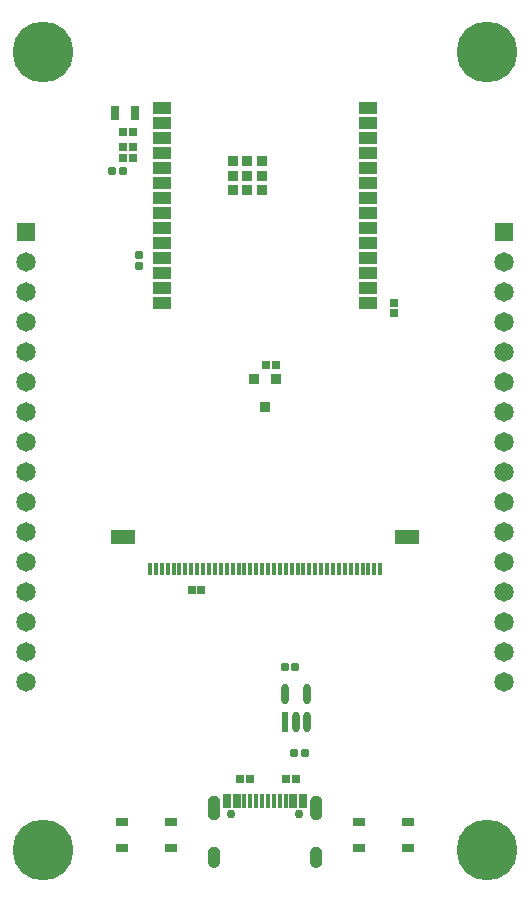
<source format=gts>
G04*
G04 #@! TF.GenerationSoftware,Altium Limited,Altium Designer,23.1.1 (15)*
G04*
G04 Layer_Color=8388736*
%FSLAX44Y44*%
%MOMM*%
G71*
G04*
G04 #@! TF.SameCoordinates,7295AF94-9057-4BB6-BE4D-2D92AE26B948*
G04*
G04*
G04 #@! TF.FilePolarity,Negative*
G04*
G01*
G75*
G04:AMPARAMS|DCode=21|XSize=1.7071mm|YSize=0.6158mm|CornerRadius=0.3079mm|HoleSize=0mm|Usage=FLASHONLY|Rotation=90.000|XOffset=0mm|YOffset=0mm|HoleType=Round|Shape=RoundedRectangle|*
%AMROUNDEDRECTD21*
21,1,1.7071,0.0000,0,0,90.0*
21,1,1.0913,0.6158,0,0,90.0*
1,1,0.6158,0.0000,0.5457*
1,1,0.6158,0.0000,-0.5457*
1,1,0.6158,0.0000,-0.5457*
1,1,0.6158,0.0000,0.5457*
%
%ADD21ROUNDEDRECTD21*%
%ADD22R,0.6158X1.7071*%
%ADD23R,0.3000X1.0000*%
%ADD24R,2.0000X1.3000*%
%ADD26R,1.0500X0.6500*%
G04:AMPARAMS|DCode=30|XSize=0.7mm|YSize=0.65mm|CornerRadius=0.1375mm|HoleSize=0mm|Usage=FLASHONLY|Rotation=90.000|XOffset=0mm|YOffset=0mm|HoleType=Round|Shape=RoundedRectangle|*
%AMROUNDEDRECTD30*
21,1,0.7000,0.3750,0,0,90.0*
21,1,0.4250,0.6500,0,0,90.0*
1,1,0.2750,0.1875,0.2125*
1,1,0.2750,0.1875,-0.2125*
1,1,0.2750,-0.1875,-0.2125*
1,1,0.2750,-0.1875,0.2125*
%
%ADD30ROUNDEDRECTD30*%
%ADD31R,0.7500X0.7000*%
%ADD32R,0.9500X0.9500*%
%ADD33R,0.7100X0.6700*%
%ADD34R,1.6000X1.0000*%
%ADD35R,0.9000X0.9000*%
%ADD36R,0.7000X1.2400*%
%ADD37R,0.4000X1.2400*%
%ADD38R,0.7300X0.6900*%
%ADD39R,0.8000X1.2000*%
G04:AMPARAMS|DCode=40|XSize=0.7mm|YSize=0.65mm|CornerRadius=0.1375mm|HoleSize=0mm|Usage=FLASHONLY|Rotation=0.000|XOffset=0mm|YOffset=0mm|HoleType=Round|Shape=RoundedRectangle|*
%AMROUNDEDRECTD40*
21,1,0.7000,0.3750,0,0,0.0*
21,1,0.4250,0.6500,0,0,0.0*
1,1,0.2750,0.2125,-0.1875*
1,1,0.2750,-0.2125,-0.1875*
1,1,0.2750,-0.2125,0.1875*
1,1,0.2750,0.2125,0.1875*
%
%ADD40ROUNDEDRECTD40*%
%ADD41R,0.6900X0.7300*%
%ADD42C,0.7500*%
%ADD43C,5.1500*%
%ADD44C,1.6500*%
%ADD45R,1.6500X1.6500*%
G36*
X982010Y424990D02*
X982270Y424970D01*
X982530Y424940D01*
X982790Y424890D01*
X983040Y424830D01*
X983300Y424760D01*
X983540Y424670D01*
X983780Y424570D01*
X984020Y424460D01*
X984250Y424330D01*
X984470Y424190D01*
X984690Y424050D01*
X984900Y423890D01*
X985100Y423720D01*
X985290Y423540D01*
X985470Y423350D01*
X985640Y423150D01*
X985800Y422940D01*
X985940Y422720D01*
X986080Y422500D01*
X986210Y422270D01*
X986320Y422030D01*
X986420Y421790D01*
X986510Y421550D01*
X986580Y421290D01*
X986640Y421040D01*
X986690Y420780D01*
X986720Y420520D01*
X986740Y420260D01*
X986750Y420000D01*
Y412000D01*
X986740Y411740D01*
X986720Y411480D01*
X986690Y411220D01*
X986640Y410960D01*
X986580Y410710D01*
X986510Y410450D01*
X986420Y410210D01*
X986320Y409970D01*
X986210Y409730D01*
X986080Y409500D01*
X985940Y409280D01*
X985800Y409060D01*
X985640Y408850D01*
X985470Y408650D01*
X985290Y408460D01*
X985100Y408280D01*
X984900Y408110D01*
X984690Y407950D01*
X984470Y407810D01*
X984250Y407670D01*
X984020Y407540D01*
X983780Y407430D01*
X983540Y407330D01*
X983300Y407240D01*
X983040Y407170D01*
X982790Y407110D01*
X982530Y407060D01*
X982270Y407030D01*
X982010Y407010D01*
X981750Y407000D01*
X981490Y407010D01*
X981230Y407030D01*
X980970Y407060D01*
X980710Y407110D01*
X980460Y407170D01*
X980200Y407240D01*
X979960Y407330D01*
X979720Y407430D01*
X979480Y407540D01*
X979250Y407670D01*
X979030Y407810D01*
X978810Y407950D01*
X978600Y408110D01*
X978400Y408280D01*
X978210Y408460D01*
X978030Y408650D01*
X977860Y408850D01*
X977700Y409060D01*
X977560Y409280D01*
X977420Y409500D01*
X977290Y409730D01*
X977180Y409970D01*
X977080Y410210D01*
X976990Y410450D01*
X976920Y410710D01*
X976860Y410960D01*
X976810Y411220D01*
X976780Y411480D01*
X976760Y411740D01*
X976750Y412000D01*
Y420000D01*
X976760Y420260D01*
X976780Y420520D01*
X976810Y420780D01*
X976860Y421040D01*
X976920Y421290D01*
X976990Y421550D01*
X977080Y421790D01*
X977180Y422030D01*
X977290Y422270D01*
X977420Y422500D01*
X977560Y422720D01*
X977700Y422940D01*
X977860Y423150D01*
X978030Y423350D01*
X978210Y423540D01*
X978400Y423720D01*
X978600Y423890D01*
X978810Y424050D01*
X979030Y424190D01*
X979250Y424330D01*
X979480Y424460D01*
X979720Y424570D01*
X979960Y424670D01*
X980200Y424760D01*
X980460Y424830D01*
X980710Y424890D01*
X980970Y424940D01*
X981230Y424970D01*
X981490Y424990D01*
X981750Y425000D01*
X982010Y424990D01*
D02*
G37*
G36*
Y468190D02*
X982270Y468170D01*
X982530Y468140D01*
X982790Y468090D01*
X983040Y468030D01*
X983300Y467960D01*
X983540Y467870D01*
X983780Y467770D01*
X984020Y467660D01*
X984250Y467530D01*
X984470Y467390D01*
X984690Y467250D01*
X984900Y467090D01*
X985100Y466920D01*
X985290Y466740D01*
X985470Y466550D01*
X985640Y466350D01*
X985800Y466140D01*
X985940Y465920D01*
X986080Y465700D01*
X986210Y465470D01*
X986320Y465230D01*
X986420Y464990D01*
X986510Y464750D01*
X986580Y464490D01*
X986640Y464240D01*
X986690Y463980D01*
X986720Y463720D01*
X986740Y463460D01*
X986750Y463200D01*
Y452200D01*
X986740Y451940D01*
X986720Y451680D01*
X986690Y451420D01*
X986640Y451160D01*
X986580Y450910D01*
X986510Y450650D01*
X986420Y450410D01*
X986320Y450170D01*
X986210Y449930D01*
X986080Y449700D01*
X985940Y449480D01*
X985800Y449260D01*
X985640Y449050D01*
X985470Y448850D01*
X985290Y448660D01*
X985100Y448480D01*
X984900Y448310D01*
X984690Y448150D01*
X984470Y448010D01*
X984250Y447870D01*
X984020Y447740D01*
X983780Y447630D01*
X983540Y447530D01*
X983300Y447440D01*
X983040Y447370D01*
X982790Y447310D01*
X982530Y447260D01*
X982270Y447230D01*
X982010Y447210D01*
X981750Y447200D01*
X981490Y447210D01*
X981230Y447230D01*
X980970Y447260D01*
X980710Y447310D01*
X980460Y447370D01*
X980200Y447440D01*
X979960Y447530D01*
X979720Y447630D01*
X979480Y447740D01*
X979250Y447870D01*
X979030Y448010D01*
X978810Y448150D01*
X978600Y448310D01*
X978400Y448480D01*
X978210Y448660D01*
X978030Y448850D01*
X977860Y449050D01*
X977700Y449260D01*
X977560Y449480D01*
X977420Y449700D01*
X977290Y449930D01*
X977180Y450170D01*
X977080Y450410D01*
X976990Y450650D01*
X976920Y450910D01*
X976860Y451160D01*
X976810Y451420D01*
X976780Y451680D01*
X976760Y451940D01*
X976750Y452200D01*
Y463200D01*
X976760Y463460D01*
X976780Y463720D01*
X976810Y463980D01*
X976860Y464240D01*
X976920Y464490D01*
X976990Y464750D01*
X977080Y464990D01*
X977180Y465230D01*
X977290Y465470D01*
X977420Y465700D01*
X977560Y465920D01*
X977700Y466140D01*
X977860Y466350D01*
X978030Y466550D01*
X978210Y466740D01*
X978400Y466920D01*
X978600Y467090D01*
X978810Y467250D01*
X979030Y467390D01*
X979250Y467530D01*
X979480Y467660D01*
X979720Y467770D01*
X979960Y467870D01*
X980200Y467960D01*
X980460Y468030D01*
X980710Y468090D01*
X980970Y468140D01*
X981230Y468170D01*
X981490Y468190D01*
X981750Y468200D01*
X982010Y468190D01*
D02*
G37*
G36*
X1068510Y424990D02*
X1068770Y424970D01*
X1069030Y424940D01*
X1069290Y424890D01*
X1069540Y424830D01*
X1069800Y424760D01*
X1070040Y424670D01*
X1070280Y424570D01*
X1070520Y424460D01*
X1070750Y424330D01*
X1070970Y424190D01*
X1071190Y424050D01*
X1071400Y423890D01*
X1071600Y423720D01*
X1071790Y423540D01*
X1071970Y423350D01*
X1072140Y423150D01*
X1072300Y422940D01*
X1072440Y422720D01*
X1072580Y422500D01*
X1072710Y422270D01*
X1072820Y422030D01*
X1072920Y421790D01*
X1073010Y421550D01*
X1073080Y421290D01*
X1073140Y421040D01*
X1073190Y420780D01*
X1073220Y420520D01*
X1073240Y420260D01*
X1073250Y420000D01*
Y412000D01*
X1073240Y411740D01*
X1073220Y411480D01*
X1073190Y411220D01*
X1073140Y410960D01*
X1073080Y410710D01*
X1073010Y410450D01*
X1072920Y410210D01*
X1072820Y409970D01*
X1072710Y409730D01*
X1072580Y409500D01*
X1072440Y409280D01*
X1072300Y409060D01*
X1072140Y408850D01*
X1071970Y408650D01*
X1071790Y408460D01*
X1071600Y408280D01*
X1071400Y408110D01*
X1071190Y407950D01*
X1070970Y407810D01*
X1070750Y407670D01*
X1070520Y407540D01*
X1070280Y407430D01*
X1070040Y407330D01*
X1069800Y407240D01*
X1069540Y407170D01*
X1069290Y407110D01*
X1069030Y407060D01*
X1068770Y407030D01*
X1068510Y407010D01*
X1068250Y407000D01*
X1067990Y407010D01*
X1067730Y407030D01*
X1067470Y407060D01*
X1067210Y407110D01*
X1066960Y407170D01*
X1066700Y407240D01*
X1066460Y407330D01*
X1066220Y407430D01*
X1065980Y407540D01*
X1065750Y407670D01*
X1065530Y407810D01*
X1065310Y407950D01*
X1065100Y408110D01*
X1064900Y408280D01*
X1064710Y408460D01*
X1064530Y408650D01*
X1064360Y408850D01*
X1064200Y409060D01*
X1064060Y409280D01*
X1063920Y409500D01*
X1063790Y409730D01*
X1063680Y409970D01*
X1063580Y410210D01*
X1063490Y410450D01*
X1063420Y410710D01*
X1063360Y410960D01*
X1063310Y411220D01*
X1063280Y411480D01*
X1063260Y411740D01*
X1063250Y412000D01*
Y420000D01*
X1063260Y420260D01*
X1063280Y420520D01*
X1063310Y420780D01*
X1063360Y421040D01*
X1063420Y421290D01*
X1063490Y421550D01*
X1063580Y421790D01*
X1063680Y422030D01*
X1063790Y422270D01*
X1063920Y422500D01*
X1064060Y422720D01*
X1064200Y422940D01*
X1064360Y423150D01*
X1064530Y423350D01*
X1064710Y423540D01*
X1064900Y423720D01*
X1065100Y423890D01*
X1065310Y424050D01*
X1065530Y424190D01*
X1065750Y424330D01*
X1065980Y424460D01*
X1066220Y424570D01*
X1066460Y424670D01*
X1066700Y424760D01*
X1066960Y424830D01*
X1067210Y424890D01*
X1067470Y424940D01*
X1067730Y424970D01*
X1067990Y424990D01*
X1068250Y425000D01*
X1068510Y424990D01*
D02*
G37*
G36*
Y468190D02*
X1068770Y468170D01*
X1069030Y468140D01*
X1069290Y468090D01*
X1069540Y468030D01*
X1069800Y467960D01*
X1070040Y467870D01*
X1070280Y467770D01*
X1070520Y467660D01*
X1070750Y467530D01*
X1070970Y467390D01*
X1071190Y467250D01*
X1071400Y467090D01*
X1071600Y466920D01*
X1071790Y466740D01*
X1071970Y466550D01*
X1072140Y466350D01*
X1072300Y466140D01*
X1072440Y465920D01*
X1072580Y465700D01*
X1072710Y465470D01*
X1072820Y465230D01*
X1072920Y464990D01*
X1073010Y464750D01*
X1073080Y464490D01*
X1073140Y464240D01*
X1073190Y463980D01*
X1073220Y463720D01*
X1073240Y463460D01*
X1073250Y463200D01*
Y452200D01*
X1073240Y451940D01*
X1073220Y451680D01*
X1073190Y451420D01*
X1073140Y451160D01*
X1073080Y450910D01*
X1073010Y450650D01*
X1072920Y450410D01*
X1072820Y450170D01*
X1072710Y449930D01*
X1072580Y449700D01*
X1072440Y449480D01*
X1072300Y449260D01*
X1072140Y449050D01*
X1071970Y448850D01*
X1071790Y448660D01*
X1071600Y448480D01*
X1071400Y448310D01*
X1071190Y448150D01*
X1070970Y448010D01*
X1070750Y447870D01*
X1070520Y447740D01*
X1070280Y447630D01*
X1070040Y447530D01*
X1069800Y447440D01*
X1069540Y447370D01*
X1069290Y447310D01*
X1069030Y447260D01*
X1068770Y447230D01*
X1068510Y447210D01*
X1068250Y447200D01*
X1067950Y447210D01*
X1067680Y447240D01*
X1067420Y447280D01*
X1067160Y447330D01*
X1066910Y447400D01*
X1066660Y447470D01*
X1066410Y447570D01*
X1066170Y447670D01*
X1065930Y447790D01*
X1065700Y447920D01*
X1065480Y448060D01*
X1065260Y448220D01*
X1065050Y448380D01*
X1064860Y448560D01*
X1064670Y448740D01*
X1064490Y448940D01*
X1064320Y449140D01*
X1064160Y449350D01*
X1064020Y449570D01*
X1063880Y449800D01*
X1063760Y450040D01*
X1063650Y450280D01*
X1063550Y450520D01*
X1063470Y450770D01*
X1063400Y451030D01*
X1063340Y451290D01*
X1063300Y451550D01*
X1063270Y451810D01*
X1063250Y452070D01*
Y452300D01*
Y463300D01*
X1063260Y463600D01*
X1063290Y463850D01*
X1063320Y464110D01*
X1063380Y464360D01*
X1063440Y464610D01*
X1063520Y464860D01*
X1063610Y465100D01*
X1063710Y465340D01*
X1063830Y465570D01*
X1063960Y465800D01*
X1064100Y466020D01*
X1064250Y466230D01*
X1064410Y466430D01*
X1064580Y466630D01*
X1064760Y466810D01*
X1064950Y466990D01*
X1065150Y467150D01*
X1065360Y467310D01*
X1065580Y467450D01*
X1065800Y467580D01*
X1066030Y467700D01*
X1066270Y467810D01*
X1066510Y467900D01*
X1066750Y467980D01*
X1067000Y468050D01*
X1067260Y468110D01*
X1067510Y468150D01*
X1067770Y468180D01*
X1068030Y468200D01*
X1068250D01*
X1068510Y468190D01*
D02*
G37*
D21*
X1041500Y554069D02*
D03*
X1060500D02*
D03*
Y530058D02*
D03*
X1051000D02*
D03*
D22*
X1041500D02*
D03*
D23*
X1052500Y660250D02*
D03*
X1062500D02*
D03*
X1072500D02*
D03*
X1077500D02*
D03*
X1082500D02*
D03*
X1107500D02*
D03*
X1112500D02*
D03*
X1117500D02*
D03*
X1122500D02*
D03*
X927500D02*
D03*
X932500D02*
D03*
X937500D02*
D03*
X942500D02*
D03*
X947500D02*
D03*
X952500D02*
D03*
X957500D02*
D03*
X962500D02*
D03*
X967500D02*
D03*
X972500D02*
D03*
X977500D02*
D03*
X982500D02*
D03*
X987500D02*
D03*
X992500D02*
D03*
X997500D02*
D03*
X1002500D02*
D03*
X1007500D02*
D03*
X1012500D02*
D03*
X1017500D02*
D03*
X1022500D02*
D03*
X1027500D02*
D03*
X1032500D02*
D03*
X1037500D02*
D03*
X1042500D02*
D03*
X1047500D02*
D03*
X1092500D02*
D03*
X1097500D02*
D03*
X1102500D02*
D03*
X1057500D02*
D03*
X1067500D02*
D03*
X1087500D02*
D03*
D24*
X904500Y687250D02*
D03*
X1145500D02*
D03*
D26*
X945750Y424000D02*
D03*
X904250D02*
D03*
X945750Y445500D02*
D03*
X904250D02*
D03*
X1145750Y424000D02*
D03*
X1104250D02*
D03*
X1145750Y445500D02*
D03*
X1104250D02*
D03*
D30*
X1041500Y577000D02*
D03*
X1050500D02*
D03*
X1058500Y504000D02*
D03*
X1049500D02*
D03*
X895500Y997000D02*
D03*
X904500D02*
D03*
D31*
X1034250Y833000D02*
D03*
X1025750D02*
D03*
X1003750Y482000D02*
D03*
X1012250D02*
D03*
X1051250D02*
D03*
X1042750D02*
D03*
D32*
X1025000Y797000D02*
D03*
X1015500Y821000D02*
D03*
X1034500D02*
D03*
D33*
X970900Y642000D02*
D03*
X963100D02*
D03*
X912900Y1017000D02*
D03*
X905100D02*
D03*
D34*
X937500Y1050000D02*
D03*
X1112500Y999450D02*
D03*
Y1012150D02*
D03*
Y1024850D02*
D03*
Y1037550D02*
D03*
Y935950D02*
D03*
Y948650D02*
D03*
Y961350D02*
D03*
Y974050D02*
D03*
Y986750D02*
D03*
Y923250D02*
D03*
Y910550D02*
D03*
Y897850D02*
D03*
Y885150D02*
D03*
X937500Y999200D02*
D03*
Y1011900D02*
D03*
Y1024600D02*
D03*
Y1037300D02*
D03*
Y935700D02*
D03*
Y948400D02*
D03*
Y961100D02*
D03*
Y973800D02*
D03*
Y986500D02*
D03*
Y923000D02*
D03*
Y910300D02*
D03*
Y897600D02*
D03*
Y884900D02*
D03*
X1112500Y1050250D02*
D03*
D35*
X1022450Y980550D02*
D03*
Y993050D02*
D03*
Y1005550D02*
D03*
X1009950D02*
D03*
Y993050D02*
D03*
Y980550D02*
D03*
X997450D02*
D03*
Y993050D02*
D03*
Y1005550D02*
D03*
D36*
X1057000Y463500D02*
D03*
X1049000D02*
D03*
X1001000D02*
D03*
X993000D02*
D03*
D37*
X1042500D02*
D03*
X1037500D02*
D03*
X1032500D02*
D03*
X1027500D02*
D03*
X1007500D02*
D03*
X1012500D02*
D03*
X1017500D02*
D03*
X1022500D02*
D03*
D38*
X912900Y1030000D02*
D03*
X905100D02*
D03*
X905100Y1008000D02*
D03*
X912900D02*
D03*
D39*
X914500Y1046000D02*
D03*
X897500D02*
D03*
D40*
X918000Y916500D02*
D03*
Y925500D02*
D03*
D41*
X1134000Y877100D02*
D03*
Y884900D02*
D03*
D42*
X1053900Y452800D02*
D03*
X996100D02*
D03*
D43*
X1213000Y422000D02*
D03*
X837000D02*
D03*
X1213000Y1098000D02*
D03*
X837000D02*
D03*
D44*
X1227250Y564250D02*
D03*
Y615050D02*
D03*
Y640450D02*
D03*
Y691250D02*
D03*
Y716650D02*
D03*
Y742050D02*
D03*
Y767450D02*
D03*
Y792850D02*
D03*
Y818250D02*
D03*
Y843650D02*
D03*
Y869050D02*
D03*
Y894450D02*
D03*
Y919850D02*
D03*
X822750Y564250D02*
D03*
Y742050D02*
D03*
Y589650D02*
D03*
Y615050D02*
D03*
Y640450D02*
D03*
Y665850D02*
D03*
Y691250D02*
D03*
Y716650D02*
D03*
Y767450D02*
D03*
Y792850D02*
D03*
Y818250D02*
D03*
Y843650D02*
D03*
Y869050D02*
D03*
Y894450D02*
D03*
Y919850D02*
D03*
X1227250Y665850D02*
D03*
Y589650D02*
D03*
D45*
X822750Y945250D02*
D03*
X1227250D02*
D03*
M02*

</source>
